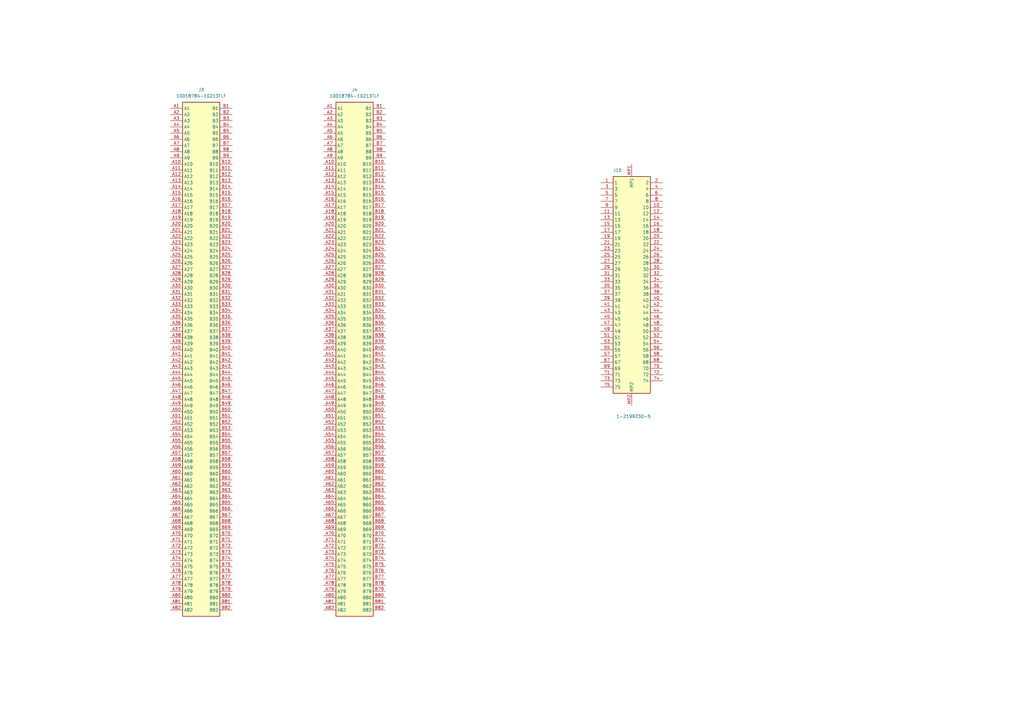
<source format=kicad_sch>
(kicad_sch (version 20230121) (generator eeschema)
  (paper "A3")
  (lib_symbols
    (symbol "M2_Slot:1-2199230-5"
      (property "Reference" "J" (at 95.25 12.7 0))
      (property "Value" "1-2199230-5" (at 95.25 10.16 0))
      (symbol "1-2199230-5_1_1"
        (rectangle (start 5.08 7.62) (end 93.98 -7.62) (stroke (width 0.254)) (fill (type background)))
        (pin passive line (at 7.62 12.7 270) (length 5.08) (name "1") (number "1"))
        (pin passive line (at 17.78 -12.7 90) (length 5.08) (name "10") (number "10"))
        (pin passive line (at 20.32 12.7 270) (length 5.08) (name "11") (number "11"))
        (pin passive line (at 20.32 -12.7 90) (length 5.08) (name "12") (number "12"))
        (pin passive line (at 22.86 12.7 270) (length 5.08) (name "13") (number "13"))
        (pin passive line (at 22.86 -12.7 90) (length 5.08) (name "14") (number "14"))
        (pin passive line (at 25.4 12.7 270) (length 5.08) (name "15") (number "15"))
        (pin passive line (at 25.4 -12.7 90) (length 5.08) (name "16") (number "16"))
        (pin passive line (at 27.94 12.7 270) (length 5.08) (name "17") (number "17"))
        (pin passive line (at 27.94 -12.7 90) (length 5.08) (name "18") (number "18"))
        (pin passive line (at 30.48 12.7 270) (length 5.08) (name "19") (number "19"))
        (pin passive line (at 7.62 -12.7 90) (length 5.08) (name "2") (number "2"))
        (pin passive line (at 30.48 -12.7 90) (length 5.08) (name "20") (number "20"))
        (pin passive line (at 33.02 12.7 270) (length 5.08) (name "21") (number "21"))
        (pin passive line (at 33.02 -12.7 90) (length 5.08) (name "22") (number "22"))
        (pin passive line (at 35.56 12.7 270) (length 5.08) (name "23") (number "23"))
        (pin passive line (at 35.56 -12.7 90) (length 5.08) (name "24") (number "24"))
        (pin passive line (at 38.1 12.7 270) (length 5.08) (name "25") (number "25"))
        (pin passive line (at 38.1 -12.7 90) (length 5.08) (name "26") (number "26"))
        (pin passive line (at 40.64 12.7 270) (length 5.08) (name "27") (number "27"))
        (pin passive line (at 40.64 -12.7 90) (length 5.08) (name "28") (number "28"))
        (pin passive line (at 43.18 12.7 270) (length 5.08) (name "29") (number "29"))
        (pin passive line (at 10.16 12.7 270) (length 5.08) (name "3") (number "3"))
        (pin passive line (at 43.18 -12.7 90) (length 5.08) (name "30") (number "30"))
        (pin passive line (at 45.72 12.7 270) (length 5.08) (name "31") (number "31"))
        (pin passive line (at 45.72 -12.7 90) (length 5.08) (name "32") (number "32"))
        (pin passive line (at 48.26 12.7 270) (length 5.08) (name "33") (number "33"))
        (pin passive line (at 48.26 -12.7 90) (length 5.08) (name "34") (number "34"))
        (pin passive line (at 50.8 12.7 270) (length 5.08) (name "35") (number "35"))
        (pin passive line (at 50.8 -12.7 90) (length 5.08) (name "36") (number "36"))
        (pin passive line (at 53.34 12.7 270) (length 5.08) (name "37") (number "37"))
        (pin passive line (at 53.34 -12.7 90) (length 5.08) (name "38") (number "38"))
        (pin passive line (at 55.88 12.7 270) (length 5.08) (name "39") (number "39"))
        (pin passive line (at 10.16 -12.7 90) (length 5.08) (name "4") (number "4"))
        (pin passive line (at 55.88 -12.7 90) (length 5.08) (name "40") (number "40"))
        (pin passive line (at 58.42 12.7 270) (length 5.08) (name "41") (number "41"))
        (pin passive line (at 58.42 -12.7 90) (length 5.08) (name "42") (number "42"))
        (pin passive line (at 60.96 12.7 270) (length 5.08) (name "43") (number "43"))
        (pin passive line (at 60.96 -12.7 90) (length 5.08) (name "44") (number "44"))
        (pin passive line (at 63.5 12.7 270) (length 5.08) (name "45") (number "45"))
        (pin passive line (at 63.5 -12.7 90) (length 5.08) (name "46") (number "46"))
        (pin passive line (at 66.04 12.7 270) (length 5.08) (name "47") (number "47"))
        (pin passive line (at 66.04 -12.7 90) (length 5.08) (name "48") (number "48"))
        (pin passive line (at 68.58 12.7 270) (length 5.08) (name "49") (number "49"))
        (pin passive line (at 12.7 12.7 270) (length 5.08) (name "5") (number "5"))
        (pin passive line (at 68.58 -12.7 90) (length 5.08) (name "50") (number "50"))
        (pin passive line (at 71.12 12.7 270) (length 5.08) (name "51") (number "51"))
        (pin passive line (at 71.12 -12.7 90) (length 5.08) (name "52") (number "52"))
        (pin passive line (at 73.66 12.7 270) (length 5.08) (name "53") (number "53"))
        (pin passive line (at 73.66 -12.7 90) (length 5.08) (name "54") (number "54"))
        (pin passive line (at 76.2 12.7 270) (length 5.08) (name "55") (number "55"))
        (pin passive line (at 76.2 -12.7 90) (length 5.08) (name "56") (number "56"))
        (pin passive line (at 78.74 12.7 270) (length 5.08) (name "57") (number "57"))
        (pin passive line (at 78.74 -12.7 90) (length 5.08) (name "58") (number "58"))
        (pin passive line (at 12.7 -12.7 90) (length 5.08) (name "6") (number "6"))
        (pin passive line (at 81.28 12.7 270) (length 5.08) (name "67") (number "67"))
        (pin passive line (at 81.28 -12.7 90) (length 5.08) (name "68") (number "68"))
        (pin passive line (at 83.82 12.7 270) (length 5.08) (name "69") (number "69"))
        (pin passive line (at 15.24 12.7 270) (length 5.08) (name "7") (number "7"))
        (pin passive line (at 83.82 -12.7 90) (length 5.08) (name "70") (number "70"))
        (pin passive line (at 86.36 12.7 270) (length 5.08) (name "71") (number "71"))
        (pin passive line (at 86.36 -12.7 90) (length 5.08) (name "72") (number "72"))
        (pin passive line (at 88.9 12.7 270) (length 5.08) (name "73") (number "73"))
        (pin passive line (at 88.9 -12.7 90) (length 5.08) (name "74") (number "74"))
        (pin passive line (at 91.44 12.7 270) (length 5.08) (name "75") (number "75"))
        (pin passive line (at 15.24 -12.7 90) (length 5.08) (name "8") (number "8"))
        (pin passive line (at 17.78 12.7 270) (length 5.08) (name "9") (number "9"))
        (pin passive line (at 0 0 0) (length 5.08) (name "MP1") (number "MP1"))
        (pin passive line (at 99.06 0 180) (length 5.08) (name "MP2") (number "MP2"))
      )
    )
    (symbol "PCIE_x16_Slot:10018784-10213TLF"
      (property "Reference" "J" (at 21.59 7.62 0))
      (property "Value" "10018784-10213TLF" (at 21.59 5.08 0))
      (symbol "10018784-10213TLF_1_1"
        (rectangle (start 5.08 2.54) (end 20.32 -208.28) (stroke (width 0.254)) (fill (type background)))
        (pin passive line (at 0 0 0) (length 5.08) (name "A1") (number "A1"))
        (pin passive line (at 0 -22.86 0) (length 5.08) (name "A10") (number "A10"))
        (pin passive line (at 0 -25.4 0) (length 5.08) (name "A11") (number "A11"))
        (pin passive line (at 0 -27.94 0) (length 5.08) (name "A12") (number "A12"))
        (pin passive line (at 0 -30.48 0) (length 5.08) (name "A13") (number "A13"))
        (pin passive line (at 0 -33.02 0) (length 5.08) (name "A14") (number "A14"))
        (pin passive line (at 0 -35.56 0) (length 5.08) (name "A15") (number "A15"))
        (pin passive line (at 0 -38.1 0) (length 5.08) (name "A16") (number "A16"))
        (pin passive line (at 0 -40.64 0) (length 5.08) (name "A17") (number "A17"))
        (pin passive line (at 0 -43.18 0) (length 5.08) (name "A18") (number "A18"))
        (pin passive line (at 0 -45.72 0) (length 5.08) (name "A19") (number "A19"))
        (pin passive line (at 0 -2.54 0) (length 5.08) (name "A2") (number "A2"))
        (pin passive line (at 0 -48.26 0) (length 5.08) (name "A20") (number "A20"))
        (pin passive line (at 0 -50.8 0) (length 5.08) (name "A21") (number "A21"))
        (pin passive line (at 0 -53.34 0) (length 5.08) (name "A22") (number "A22"))
        (pin passive line (at 0 -55.88 0) (length 5.08) (name "A23") (number "A23"))
        (pin passive line (at 0 -58.42 0) (length 5.08) (name "A24") (number "A24"))
        (pin passive line (at 0 -60.96 0) (length 5.08) (name "A25") (number "A25"))
        (pin passive line (at 0 -63.5 0) (length 5.08) (name "A26") (number "A26"))
        (pin passive line (at 0 -66.04 0) (length 5.08) (name "A27") (number "A27"))
        (pin passive line (at 0 -68.58 0) (length 5.08) (name "A28") (number "A28"))
        (pin passive line (at 0 -71.12 0) (length 5.08) (name "A29") (number "A29"))
        (pin passive line (at 0 -5.08 0) (length 5.08) (name "A3") (number "A3"))
        (pin passive line (at 0 -73.66 0) (length 5.08) (name "A30") (number "A30"))
        (pin passive line (at 0 -76.2 0) (length 5.08) (name "A31") (number "A31"))
        (pin passive line (at 0 -78.74 0) (length 5.08) (name "A32") (number "A32"))
        (pin passive line (at 0 -81.28 0) (length 5.08) (name "A33") (number "A33"))
        (pin passive line (at 0 -83.82 0) (length 5.08) (name "A34") (number "A34"))
        (pin passive line (at 0 -86.36 0) (length 5.08) (name "A35") (number "A35"))
        (pin passive line (at 0 -88.9 0) (length 5.08) (name "A36") (number "A36"))
        (pin passive line (at 0 -91.44 0) (length 5.08) (name "A37") (number "A37"))
        (pin passive line (at 0 -93.98 0) (length 5.08) (name "A38") (number "A38"))
        (pin passive line (at 0 -96.52 0) (length 5.08) (name "A39") (number "A39"))
        (pin passive line (at 0 -7.62 0) (length 5.08) (name "A4") (number "A4"))
        (pin passive line (at 0 -99.06 0) (length 5.08) (name "A40") (number "A40"))
        (pin passive line (at 0 -101.6 0) (length 5.08) (name "A41") (number "A41"))
        (pin passive line (at 0 -104.14 0) (length 5.08) (name "A42") (number "A42"))
        (pin passive line (at 0 -106.68 0) (length 5.08) (name "A43") (number "A43"))
        (pin passive line (at 0 -109.22 0) (length 5.08) (name "A44") (number "A44"))
        (pin passive line (at 0 -111.76 0) (length 5.08) (name "A45") (number "A45"))
        (pin passive line (at 0 -114.3 0) (length 5.08) (name "A46") (number "A46"))
        (pin passive line (at 0 -116.84 0) (length 5.08) (name "A47") (number "A47"))
        (pin passive line (at 0 -119.38 0) (length 5.08) (name "A48") (number "A48"))
        (pin passive line (at 0 -121.92 0) (length 5.08) (name "A49") (number "A49"))
        (pin passive line (at 0 -10.16 0) (length 5.08) (name "A5") (number "A5"))
        (pin passive line (at 0 -124.46 0) (length 5.08) (name "A50") (number "A50"))
        (pin passive line (at 0 -127 0) (length 5.08) (name "A51") (number "A51"))
        (pin passive line (at 0 -129.54 0) (length 5.08) (name "A52") (number "A52"))
        (pin passive line (at 0 -132.08 0) (length 5.08) (name "A53") (number "A53"))
        (pin passive line (at 0 -134.62 0) (length 5.08) (name "A54") (number "A54"))
        (pin passive line (at 0 -137.16 0) (length 5.08) (name "A55") (number "A55"))
        (pin passive line (at 0 -139.7 0) (length 5.08) (name "A56") (number "A56"))
        (pin passive line (at 0 -142.24 0) (length 5.08) (name "A57") (number "A57"))
        (pin passive line (at 0 -144.78 0) (length 5.08) (name "A58") (number "A58"))
        (pin passive line (at 0 -147.32 0) (length 5.08) (name "A59") (number "A59"))
        (pin passive line (at 0 -12.7 0) (length 5.08) (name "A6") (number "A6"))
        (pin passive line (at 0 -149.86 0) (length 5.08) (name "A60") (number "A60"))
        (pin passive line (at 0 -152.4 0) (length 5.08) (name "A61") (number "A61"))
        (pin passive line (at 0 -154.94 0) (length 5.08) (name "A62") (number "A62"))
        (pin passive line (at 0 -157.48 0) (length 5.08) (name "A63") (number "A63"))
        (pin passive line (at 0 -160.02 0) (length 5.08) (name "A64") (number "A64"))
        (pin passive line (at 0 -162.56 0) (length 5.08) (name "A65") (number "A65"))
        (pin passive line (at 0 -165.1 0) (length 5.08) (name "A66") (number "A66"))
        (pin passive line (at 0 -167.64 0) (length 5.08) (name "A67") (number "A67"))
        (pin passive line (at 0 -170.18 0) (length 5.08) (name "A68") (number "A68"))
        (pin passive line (at 0 -172.72 0) (length 5.08) (name "A69") (number "A69"))
        (pin passive line (at 0 -15.24 0) (length 5.08) (name "A7") (number "A7"))
        (pin passive line (at 0 -175.26 0) (length 5.08) (name "A70") (number "A70"))
        (pin passive line (at 0 -177.8 0) (length 5.08) (name "A71") (number "A71"))
        (pin passive line (at 0 -180.34 0) (length 5.08) (name "A72") (number "A72"))
        (pin passive line (at 0 -182.88 0) (length 5.08) (name "A73") (number "A73"))
        (pin passive line (at 0 -185.42 0) (length 5.08) (name "A74") (number "A74"))
        (pin passive line (at 0 -187.96 0) (length 5.08) (name "A75") (number "A75"))
        (pin passive line (at 0 -190.5 0) (length 5.08) (name "A76") (number "A76"))
        (pin passive line (at 0 -193.04 0) (length 5.08) (name "A77") (number "A77"))
        (pin passive line (at 0 -195.58 0) (length 5.08) (name "A78") (number "A78"))
        (pin passive line (at 0 -198.12 0) (length 5.08) (name "A79") (number "A79"))
        (pin passive line (at 0 -17.78 0) (length 5.08) (name "A8") (number "A8"))
        (pin passive line (at 0 -200.66 0) (length 5.08) (name "A80") (number "A80"))
        (pin passive line (at 0 -203.2 0) (length 5.08) (name "A81") (number "A81"))
        (pin passive line (at 0 -205.74 0) (length 5.08) (name "A82") (number "A82"))
        (pin passive line (at 0 -20.32 0) (length 5.08) (name "A9") (number "A9"))
        (pin passive line (at 25.4 0 180) (length 5.08) (name "B1") (number "B1"))
        (pin passive line (at 25.4 -22.86 180) (length 5.08) (name "B10") (number "B10"))
        (pin passive line (at 25.4 -25.4 180) (length 5.08) (name "B11") (number "B11"))
        (pin passive line (at 25.4 -27.94 180) (length 5.08) (name "B12") (number "B12"))
        (pin passive line (at 25.4 -30.48 180) (length 5.08) (name "B13") (number "B13"))
        (pin passive line (at 25.4 -33.02 180) (length 5.08) (name "B14") (number "B14"))
        (pin passive line (at 25.4 -35.56 180) (length 5.08) (name "B15") (number "B15"))
        (pin passive line (at 25.4 -38.1 180) (length 5.08) (name "B16") (number "B16"))
        (pin passive line (at 25.4 -40.64 180) (length 5.08) (name "B17") (number "B17"))
        (pin passive line (at 25.4 -43.18 180) (length 5.08) (name "B18") (number "B18"))
        (pin passive line (at 25.4 -45.72 180) (length 5.08) (name "B19") (number "B19"))
        (pin passive line (at 25.4 -2.54 180) (length 5.08) (name "B2") (number "B2"))
        (pin passive line (at 25.4 -48.26 180) (length 5.08) (name "B20") (number "B20"))
        (pin passive line (at 25.4 -50.8 180) (length 5.08) (name "B21") (number "B21"))
        (pin passive line (at 25.4 -53.34 180) (length 5.08) (name "B22") (number "B22"))
        (pin passive line (at 25.4 -55.88 180) (length 5.08) (name "B23") (number "B23"))
        (pin passive line (at 25.4 -58.42 180) (length 5.08) (name "B24") (number "B24"))
        (pin passive line (at 25.4 -60.96 180) (length 5.08) (name "B25") (number "B25"))
        (pin passive line (at 25.4 -63.5 180) (length 5.08) (name "B26") (number "B26"))
        (pin passive line (at 25.4 -66.04 180) (length 5.08) (name "B27") (number "B27"))
        (pin passive line (at 25.4 -68.58 180) (length 5.08) (name "B28") (number "B28"))
        (pin passive line (at 25.4 -71.12 180) (length 5.08) (name "B29") (number "B29"))
        (pin passive line (at 25.4 -5.08 180) (length 5.08) (name "B3") (number "B3"))
        (pin passive line (at 25.4 -73.66 180) (length 5.08) (name "B30") (number "B30"))
        (pin passive line (at 25.4 -76.2 180) (length 5.08) (name "B31") (number "B31"))
        (pin passive line (at 25.4 -78.74 180) (length 5.08) (name "B32") (number "B32"))
        (pin passive line (at 25.4 -81.28 180) (length 5.08) (name "B33") (number "B33"))
        (pin passive line (at 25.4 -83.82 180) (length 5.08) (name "B34") (number "B34"))
        (pin passive line (at 25.4 -86.36 180) (length 5.08) (name "B35") (number "B35"))
        (pin passive line (at 25.4 -88.9 180) (length 5.08) (name "B36") (number "B36"))
        (pin passive line (at 25.4 -91.44 180) (length 5.08) (name "B37") (number "B37"))
        (pin passive line (at 25.4 -93.98 180) (length 5.08) (name "B38") (number "B38"))
        (pin passive line (at 25.4 -96.52 180) (length 5.08) (name "B39") (number "B39"))
        (pin passive line (at 25.4 -7.62 180) (length 5.08) (name "B4") (number "B4"))
        (pin passive line (at 25.4 -99.06 180) (length 5.08) (name "B40") (number "B40"))
        (pin passive line (at 25.4 -101.6 180) (length 5.08) (name "B41") (number "B41"))
        (pin passive line (at 25.4 -104.14 180) (length 5.08) (name "B42") (number "B42"))
        (pin passive line (at 25.4 -106.68 180) (length 5.08) (name "B43") (number "B43"))
        (pin passive line (at 25.4 -109.22 180) (length 5.08) (name "B44") (number "B44"))
        (pin passive line (at 25.4 -111.76 180) (length 5.08) (name "B45") (number "B45"))
        (pin passive line (at 25.4 -114.3 180) (length 5.08) (name "B46") (number "B46"))
        (pin passive line (at 25.4 -116.84 180) (length 5.08) (name "B47") (number "B47"))
        (pin passive line (at 25.4 -119.38 180) (length 5.08) (name "B48") (number "B48"))
        (pin passive line (at 25.4 -121.92 180) (length 5.08) (name "B49") (number "B49"))
        (pin passive line (at 25.4 -10.16 180) (length 5.08) (name "B5") (number "B5"))
        (pin passive line (at 25.4 -124.46 180) (length 5.08) (name "B50") (number "B50"))
        (pin passive line (at 25.4 -127 180) (length 5.08) (name "B51") (number "B51"))
        (pin passive line (at 25.4 -129.54 180) (length 5.08) (name "B52") (number "B52"))
        (pin passive line (at 25.4 -132.08 180) (length 5.08) (name "B53") (number "B53"))
        (pin passive line (at 25.4 -134.62 180) (length 5.08) (name "B54") (number "B54"))
        (pin passive line (at 25.4 -137.16 180) (length 5.08) (name "B55") (number "B55"))
        (pin passive line (at 25.4 -139.7 180) (length 5.08) (name "B56") (number "B56"))
        (pin passive line (at 25.4 -142.24 180) (length 5.08) (name "B57") (number "B57"))
        (pin passive line (at 25.4 -144.78 180) (length 5.08) (name "B58") (number "B58"))
        (pin passive line (at 25.4 -147.32 180) (length 5.08) (name "B59") (number "B59"))
        (pin passive line (at 25.4 -12.7 180) (length 5.08) (name "B6") (number "B6"))
        (pin passive line (at 25.4 -149.86 180) (length 5.08) (name "B60") (number "B60"))
        (pin passive line (at 25.4 -152.4 180) (length 5.08) (name "B61") (number "B61"))
        (pin passive line (at 25.4 -154.94 180) (length 5.08) (name "B62") (number "B62"))
        (pin passive line (at 25.4 -157.48 180) (length 5.08) (name "B63") (number "B63"))
        (pin passive line (at 25.4 -160.02 180) (length 5.08) (name "B64") (number "B64"))
        (pin passive line (at 25.4 -162.56 180) (length 5.08) (name "B65") (number "B65"))
        (pin passive line (at 25.4 -165.1 180) (length 5.08) (name "B66") (number "B66"))
        (pin passive line (at 25.4 -167.64 180) (length 5.08) (name "B67") (number "B67"))
        (pin passive line (at 25.4 -170.18 180) (length 5.08) (name "B68") (number "B68"))
        (pin passive line (at 25.4 -172.72 180) (length 5.08) (name "B69") (number "B69"))
        (pin passive line (at 25.4 -15.24 180) (length 5.08) (name "B7") (number "B7"))
        (pin passive line (at 25.4 -175.26 180) (length 5.08) (name "B70") (number "B70"))
        (pin passive line (at 25.4 -177.8 180) (length 5.08) (name "B71") (number "B71"))
        (pin passive line (at 25.4 -180.34 180) (length 5.08) (name "B72") (number "B72"))
        (pin passive line (at 25.4 -182.88 180) (length 5.08) (name "B73") (number "B73"))
        (pin passive line (at 25.4 -185.42 180) (length 5.08) (name "B74") (number "B74"))
        (pin passive line (at 25.4 -187.96 180) (length 5.08) (name "B75") (number "B75"))
        (pin passive line (at 25.4 -190.5 180) (length 5.08) (name "B76") (number "B76"))
        (pin passive line (at 25.4 -193.04 180) (length 5.08) (name "B77") (number "B77"))
        (pin passive line (at 25.4 -195.58 180) (length 5.08) (name "B78") (number "B78"))
        (pin passive line (at 25.4 -198.12 180) (length 5.08) (name "B79") (number "B79"))
        (pin passive line (at 25.4 -17.78 180) (length 5.08) (name "B8") (number "B8"))
        (pin passive line (at 25.4 -200.66 180) (length 5.08) (name "B80") (number "B80"))
        (pin passive line (at 25.4 -203.2 180) (length 5.08) (name "B81") (number "B81"))
        (pin passive line (at 25.4 -205.74 180) (length 5.08) (name "B82") (number "B82"))
        (pin passive line (at 25.4 -20.32 180) (length 5.08) (name "B9") (number "B9"))
      )
    )
  )
  (symbol (lib_id "PCIE_x16_Slot:10018784-10213TLF") (at 69.85 44.45 0) (unit 1)
    (property "Reference" "J3" (at 82.55 36.83 0))
    (property "Value" "10018784-10213TLF" (at 82.55 39.37 0))
    (property "Footprint" "PCIE_x16_Slot:PCIE_x16_Slot" (effects hide))
    (property "Datasheet" "https://www.amphenol-icc.com/media/wysiwyg/files/drawing/10018784.pdf" (effects hide))
    (property "Height" "11.25" (effects hide))
    (property "Mouser Part Number" "649-1001878410213TLF" (effects hide))
    (property "Mouser Price/Stock" "https://www.mouser.co.uk/ProductDetail/Amphenol-FCI/10018784-10213TLF?qs=V%252BXmToedwojyHpD4rF0Ewg%3D%3D" (effects hide))
    (property "Manufacturer_Name" "Amphenol" (effects hide))
    (property "Manufacturer_Part_Number" "10018784-10213TLF" (effects hide))
  )
  (symbol (lib_id "PCIE_x16_Slot:10018784-10213TLF") (at 132.715 44.45 0) (unit 1)
    (property "Reference" "J4" (at 145.415 36.83 0))
    (property "Value" "10018784-10213TLF" (at 145.415 39.37 0))
    (property "Footprint" "PCIE_x16_Slot:PCIE_x16_Slot" (effects hide))
    (property "Datasheet" "https://www.amphenol-icc.com/media/wysiwyg/files/drawing/10018784.pdf" (effects hide))
    (property "Height" "11.25" (effects hide))
    (property "Mouser Part Number" "649-1001878410213TLF" (effects hide))
    (property "Mouser Price/Stock" "https://www.mouser.co.uk/ProductDetail/Amphenol-FCI/10018784-10213TLF?qs=V%252BXmToedwojyHpD4rF0Ewg%3D%3D" (effects hide))
    (property "Manufacturer_Name" "Amphenol" (effects hide))
    (property "Manufacturer_Part_Number" "10018784-10213TLF" (effects hide))
  )
  (symbol (lib_id "M2_Slot:1-2199230-5") (at 259.08 67.31 90) (mirror x) (unit 1)
    (property "Reference" "J10" (at 251.46 69.85 90) (effects (justify right)))
    (property "Value" "1-2199230-5" (at 252.73 170.815 90) (effects (justify right)))
    (property "Footprint" "M2_Slot:M2_Slot" (effects hide))
    (property "Datasheet" "https://www.te.com/commerce/DocumentDelivery/DDEController?Action=srchrtrv&DocNm=1-1773702-1NGFFQRG-EN&DocType=Data+Sheet&DocLang=English&PartCntxt=1-2199230-5&DocFormat=pdf" (effects hide))
    (property "Height" "4.2" (effects hide))
    (property "Manufacturer_Name" "TE Connectivity" (effects hide))
    (property "Manufacturer_Part_Number" "1-2199230-5" (effects hide))
    (property "Mouser Part Number" "571-1-2199230-5" (effects hide))
    (property "Mouser Price/Stock" "https://www.mouser.co.uk/ProductDetail/TE-Connectivity/1-2199230-5?qs=N0TJGnUfxCD5L9UvFjPEwQ%3D%3D" (effects hide))
    (property "Arrow Part Number" "1-2199230-5" (effects hide))
    (property "Arrow Price/Stock" "https://www.arrow.com/en/products/1-2199230-5/te-connectivity?region=nac" (effects hide))
  )
)
</source>
